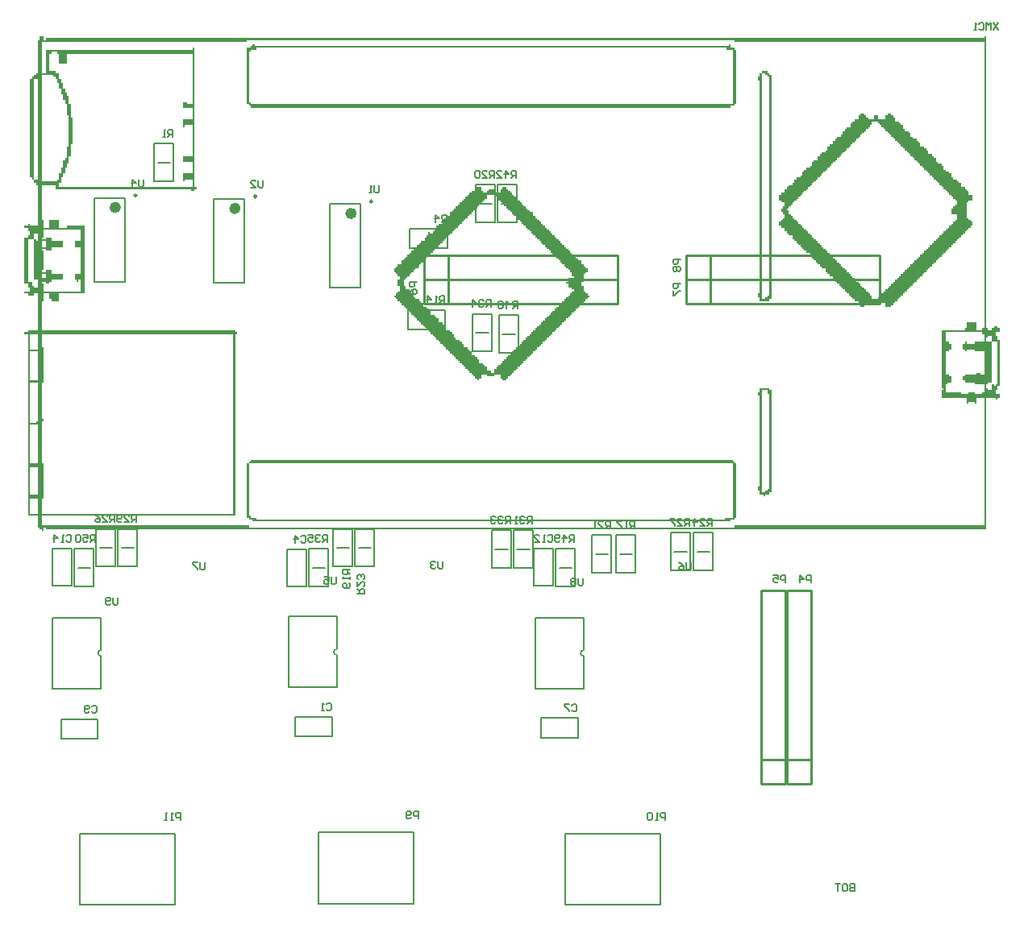
<source format=gbr>
G04 Layer_Color=32896*
%FSLAX26Y26*%
%MOIN*%
%TF.FileFunction,Legend,Bot*%
%TF.Part,Single*%
G01*
G75*
%TA.AperFunction,NonConductor*%
%ADD32C,0.007874*%
%ADD33C,0.009842*%
%ADD34C,0.023622*%
%ADD35C,0.005000*%
%ADD36C,0.010000*%
%ADD37C,0.006000*%
G36*
X4139000Y2298913D02*
X4147000D01*
Y2290913D01*
X4163000D01*
Y2298913D01*
X4171000D01*
Y2306913D01*
X4187000D01*
Y2298913D01*
X4195000D01*
Y2282913D01*
X4179000D01*
Y2266913D01*
X4187000D01*
Y2250913D01*
X4195000D01*
Y2058913D01*
X4187000D01*
Y2042913D01*
X4179000D01*
Y2026913D01*
X4195000D01*
Y2010913D01*
X4187000D01*
Y2002913D01*
X4179000D01*
Y2010913D01*
X4139000D01*
Y1466913D01*
X251000D01*
Y1474913D01*
X243000D01*
Y1458913D01*
X235000D01*
Y1466913D01*
X227000D01*
Y1474913D01*
X219000D01*
Y1522913D01*
X179000D01*
Y2274913D01*
X163000D01*
Y2282913D01*
X179000D01*
Y2290913D01*
X219000D01*
Y2442913D01*
X203000D01*
Y2434913D01*
X179000D01*
Y2442913D01*
X163000D01*
Y2450913D01*
X187000D01*
Y2466913D01*
X179000D01*
Y2482913D01*
X163000D01*
Y2674913D01*
X179000D01*
Y2682913D01*
X187000D01*
Y2698913D01*
X179000D01*
Y2714913D01*
X163000D01*
Y2722913D01*
X179000D01*
Y2730913D01*
X187000D01*
Y2722913D01*
X219000D01*
Y2890913D01*
X211000D01*
Y2898913D01*
X203000D01*
Y2914913D01*
X195000D01*
Y2922913D01*
X187000D01*
Y3330913D01*
X195000D01*
Y3338913D01*
X203000D01*
Y3346913D01*
X211000D01*
Y3354913D01*
X219000D01*
Y3490913D01*
X227000D01*
Y3506913D01*
X243000D01*
Y3490913D01*
X251000D01*
Y3498913D01*
X4131000D01*
Y3506913D01*
X4139000D01*
Y2298913D01*
D02*
G37*
%LPC*%
G36*
X4123000Y2282913D02*
X3971000D01*
Y2242913D01*
X3987000D01*
Y2234913D01*
X3995000D01*
Y2210913D01*
X3987000D01*
Y2202913D01*
X3971000D01*
Y2106913D01*
X3987000D01*
Y2098913D01*
X3995000D01*
Y2074913D01*
X3979000D01*
Y2066913D01*
X3971000D01*
Y2034913D01*
X4035000D01*
Y2026913D01*
X4067000D01*
Y2034913D01*
X4091000D01*
Y2026913D01*
X4123000D01*
Y2034913D01*
X4131000D01*
Y2066913D01*
X4091000D01*
Y2074913D01*
X4051000D01*
Y2082913D01*
X4043000D01*
Y2098913D01*
X4051000D01*
Y2106913D01*
X4099000D01*
Y2114913D01*
X4115000D01*
Y2106913D01*
X4131000D01*
Y2202913D01*
X4091000D01*
Y2210913D01*
X4059000D01*
Y2202913D01*
X4051000D01*
Y2210913D01*
X4043000D01*
Y2234913D01*
X4051000D01*
Y2242913D01*
X4059000D01*
Y2234913D01*
X4091000D01*
Y2242913D01*
X4131000D01*
Y2274913D01*
X4123000D01*
Y2282913D01*
D02*
G37*
G36*
X219000Y2274913D02*
X187000D01*
Y2210913D01*
X219000D01*
Y2274913D01*
D02*
G37*
G36*
Y1594913D02*
X187000D01*
Y1530913D01*
X219000D01*
Y1594913D01*
D02*
G37*
G36*
X251000Y2522913D02*
X235000D01*
Y2506913D01*
X251000D01*
Y2522913D01*
D02*
G37*
G36*
X203000Y2666913D02*
X179000D01*
Y2490913D01*
X195000D01*
Y2474913D01*
X203000D01*
Y2466913D01*
X219000D01*
Y2498913D01*
X203000D01*
Y2666913D01*
D02*
G37*
G36*
X1027000Y2274913D02*
X235000D01*
Y2218913D01*
X243000D01*
Y2074913D01*
X235000D01*
Y1922913D01*
X243000D01*
Y1914913D01*
X235000D01*
Y1738913D01*
X243000D01*
Y1594913D01*
X235000D01*
Y1530913D01*
X1027000D01*
Y2274913D01*
D02*
G37*
G36*
X219000Y1898913D02*
X187000D01*
Y1738913D01*
X219000D01*
Y1898913D01*
D02*
G37*
G36*
Y1722913D02*
X187000D01*
Y1610913D01*
X219000D01*
Y1722913D01*
D02*
G37*
G36*
Y2074913D02*
X187000D01*
Y1906913D01*
X211000D01*
Y1914913D01*
X219000D01*
Y2074913D01*
D02*
G37*
G36*
Y2202913D02*
X187000D01*
Y2082913D01*
X219000D01*
Y2202913D01*
D02*
G37*
G36*
X4163000Y2266913D02*
X4147000D01*
Y2258913D01*
X4139000D01*
Y2242913D01*
X4163000D01*
Y2074913D01*
X4147000D01*
Y2066913D01*
X4139000D01*
Y2050913D01*
X4147000D01*
Y2042913D01*
X4163000D01*
Y2066913D01*
X4171000D01*
Y2058913D01*
X4179000D01*
Y2066913D01*
X4187000D01*
Y2242913D01*
X4163000D01*
Y2266913D01*
D02*
G37*
G36*
X283000Y3346913D02*
X235000D01*
Y2906913D01*
X299000D01*
Y2914913D01*
X307000D01*
Y2938913D01*
X315000D01*
Y2962913D01*
X323000D01*
Y2994913D01*
X331000D01*
Y3002913D01*
X339000D01*
Y3050913D01*
X347000D01*
Y3178913D01*
X339000D01*
Y3226913D01*
X331000D01*
Y3242913D01*
X323000D01*
Y3266913D01*
X315000D01*
Y3290913D01*
X307000D01*
Y3314913D01*
X299000D01*
Y3330913D01*
X291000D01*
Y3338913D01*
X283000D01*
Y3346913D01*
D02*
G37*
G36*
X3099000Y3490913D02*
X1083000D01*
Y3482913D01*
X235000D01*
Y3354913D01*
X251000D01*
Y3450913D01*
X859000D01*
Y3458913D01*
X867000D01*
Y2882913D01*
X875000D01*
Y2874913D01*
X867000D01*
Y2866913D01*
X851000D01*
Y2874913D01*
X291000D01*
Y2890913D01*
X235000D01*
Y2746913D01*
X243000D01*
Y2714913D01*
X267000D01*
Y2746913D01*
X307000D01*
Y2714913D01*
X339000D01*
Y2722913D01*
X411000D01*
Y2442913D01*
X307000D01*
Y2410913D01*
X275000D01*
Y2418913D01*
X267000D01*
Y2442913D01*
X243000D01*
Y2410913D01*
X235000D01*
Y2290913D01*
X1035000D01*
Y2282913D01*
X1043000D01*
Y2274913D01*
X1035000D01*
Y1522913D01*
X235000D01*
Y1482913D01*
X1091000D01*
Y1474913D01*
X3099000D01*
Y1482913D01*
X4131000D01*
Y2010913D01*
X4099000D01*
Y1986913D01*
X4091000D01*
Y1994913D01*
X4067000D01*
Y1986913D01*
X4059000D01*
Y2010913D01*
X3955000D01*
Y2042913D01*
X3963000D01*
Y2050913D01*
X3955000D01*
Y2290913D01*
X4051000D01*
Y2298913D01*
X4059000D01*
Y2322913D01*
X4099000D01*
Y2290913D01*
X4123000D01*
Y2298913D01*
X4131000D01*
Y3482913D01*
X3099000D01*
Y3490913D01*
D02*
G37*
G36*
X299000Y3442913D02*
X275000D01*
Y3434913D01*
X267000D01*
Y3362913D01*
X291000D01*
Y3354913D01*
X307000D01*
Y3330913D01*
X315000D01*
Y3314913D01*
X323000D01*
Y3290913D01*
X331000D01*
Y3274913D01*
X339000D01*
Y3258913D01*
X347000D01*
Y3226913D01*
X355000D01*
Y3170913D01*
X363000D01*
Y3058913D01*
X355000D01*
Y3010913D01*
X347000D01*
Y2978913D01*
X339000D01*
Y2962913D01*
X331000D01*
Y2938913D01*
X323000D01*
Y2922913D01*
X315000D01*
Y2898913D01*
X307000D01*
Y2882913D01*
X859000D01*
Y2914913D01*
X827000D01*
Y2906913D01*
X819000D01*
Y2938913D01*
X859000D01*
Y2986913D01*
X819000D01*
Y3010913D01*
X859000D01*
Y3138913D01*
X827000D01*
Y3130913D01*
X819000D01*
Y3162913D01*
X859000D01*
Y3210913D01*
X819000D01*
Y3234913D01*
X835000D01*
Y3226913D01*
X859000D01*
Y3434913D01*
X339000D01*
Y3394913D01*
X307000D01*
Y3434913D01*
X299000D01*
Y3442913D01*
D02*
G37*
G36*
X219000Y3330913D02*
X203000D01*
Y2914913D01*
X219000D01*
Y3330913D01*
D02*
G37*
G36*
X251000Y2658913D02*
X235000D01*
Y2634913D01*
X251000D01*
Y2658913D01*
D02*
G37*
G36*
X395000Y2706913D02*
X243000D01*
Y2674913D01*
X235000D01*
Y2666913D01*
X251000D01*
Y2674913D01*
X275000D01*
Y2658913D01*
X323000D01*
Y2634913D01*
X275000D01*
Y2618913D01*
X251000D01*
Y2626913D01*
X235000D01*
Y2618913D01*
X243000D01*
Y2538913D01*
X235000D01*
Y2530913D01*
X251000D01*
Y2538913D01*
X275000D01*
Y2522913D01*
X323000D01*
Y2498913D01*
X275000D01*
Y2490913D01*
X267000D01*
Y2482913D01*
X251000D01*
Y2490913D01*
X235000D01*
Y2482913D01*
X243000D01*
Y2450913D01*
X395000D01*
Y2498913D01*
X387000D01*
Y2490913D01*
X379000D01*
Y2498913D01*
X371000D01*
Y2522913D01*
X395000D01*
Y2634913D01*
X371000D01*
Y2658913D01*
X395000D01*
Y2706913D01*
D02*
G37*
G36*
X219000Y2690913D02*
X203000D01*
Y2666913D01*
X211000D01*
Y2658913D01*
X219000D01*
Y2690913D01*
D02*
G37*
%LPD*%
G36*
X3083000Y3458913D02*
X3099000D01*
Y3450913D01*
X3107000D01*
Y3226913D01*
X3099000D01*
Y3218913D01*
X3083000D01*
Y3210913D01*
X1099000D01*
Y3218913D01*
X1091000D01*
Y3226913D01*
X1083000D01*
Y3458913D01*
X1099000D01*
Y3466913D01*
X1107000D01*
Y3474913D01*
X1115000D01*
Y3466913D01*
X3075000D01*
Y3474913D01*
X3083000D01*
Y3458913D01*
D02*
G37*
G36*
X3091000Y1746913D02*
X3099000D01*
Y1738913D01*
X3107000D01*
Y1514913D01*
X3099000D01*
Y1506913D01*
X3083000D01*
Y1498913D01*
X1107000D01*
Y1506913D01*
X1091000D01*
Y1514913D01*
X1083000D01*
Y1738913D01*
X1091000D01*
Y1522913D01*
X1099000D01*
Y1514913D01*
X1123000D01*
Y1506913D01*
X3059000D01*
Y1514913D01*
X3091000D01*
Y1738913D01*
X1091000D01*
Y1746913D01*
X1099000D01*
Y1754913D01*
X3091000D01*
Y1746913D01*
D02*
G37*
G36*
X3243000Y2042913D02*
X3251000D01*
Y1618913D01*
X3243000D01*
Y1610913D01*
X3227000D01*
Y1602913D01*
X3219000D01*
Y1610913D01*
X3203000D01*
Y1626913D01*
X3195000D01*
Y1642913D01*
X3203000D01*
Y2018913D01*
X3195000D01*
Y2034913D01*
X3203000D01*
Y2050913D01*
X3243000D01*
Y2042913D01*
D02*
G37*
G36*
X2155000Y2874913D02*
X2163000D01*
Y2866913D01*
X2171000D01*
Y2858913D01*
X2179000D01*
Y2850913D01*
X2187000D01*
Y2842913D01*
X2203000D01*
Y2826913D01*
X2211000D01*
Y2818913D01*
X2219000D01*
Y2810913D01*
X2227000D01*
Y2802913D01*
X2235000D01*
Y2794913D01*
X2243000D01*
Y2786913D01*
X2251000D01*
Y2778913D01*
X2267000D01*
Y2762913D01*
X2275000D01*
Y2754913D01*
X2283000D01*
Y2746913D01*
X2291000D01*
Y2738913D01*
X2299000D01*
Y2730913D01*
X2307000D01*
Y2722913D01*
X2315000D01*
Y2714913D01*
X2323000D01*
Y2706913D01*
X2331000D01*
Y2698913D01*
X2339000D01*
Y2690913D01*
X2347000D01*
Y2682913D01*
X2355000D01*
Y2674913D01*
X2363000D01*
Y2666913D01*
X2371000D01*
Y2658913D01*
X2379000D01*
Y2650913D01*
X2387000D01*
Y2642913D01*
X2395000D01*
Y2634913D01*
X2403000D01*
Y2626913D01*
X2411000D01*
Y2618913D01*
X2419000D01*
Y2610913D01*
X2427000D01*
Y2602913D01*
X2435000D01*
Y2594913D01*
X2443000D01*
Y2586913D01*
X2451000D01*
Y2578913D01*
X2467000D01*
Y2562913D01*
X2475000D01*
Y2554913D01*
X2483000D01*
Y2546913D01*
X2491000D01*
Y2530913D01*
X2483000D01*
Y2522913D01*
X2475000D01*
Y2490913D01*
X2467000D01*
Y2474913D01*
X2475000D01*
Y2450913D01*
X2483000D01*
Y2442913D01*
X2491000D01*
Y2434913D01*
X2499000D01*
Y2426913D01*
X2491000D01*
Y2418913D01*
X2483000D01*
Y2410913D01*
X2475000D01*
Y2402913D01*
X2467000D01*
Y2394913D01*
X2459000D01*
Y2386913D01*
X2451000D01*
Y2378913D01*
X2443000D01*
Y2370913D01*
X2435000D01*
Y2362913D01*
X2427000D01*
Y2354913D01*
X2419000D01*
Y2346913D01*
X2411000D01*
Y2338913D01*
X2403000D01*
Y2330913D01*
X2395000D01*
Y2322913D01*
X2387000D01*
Y2314913D01*
X2379000D01*
Y2306913D01*
X2371000D01*
Y2298913D01*
X2363000D01*
Y2290913D01*
X2355000D01*
Y2282913D01*
X2347000D01*
Y2274913D01*
X2339000D01*
Y2266913D01*
X2331000D01*
Y2258913D01*
X2323000D01*
Y2250913D01*
X2315000D01*
Y2242913D01*
X2307000D01*
Y2234913D01*
X2299000D01*
Y2226913D01*
X2291000D01*
Y2218913D01*
X2283000D01*
Y2210913D01*
X2275000D01*
Y2202913D01*
X2267000D01*
Y2194913D01*
X2259000D01*
Y2186913D01*
X2251000D01*
Y2178913D01*
X2243000D01*
Y2170913D01*
X2235000D01*
Y2162913D01*
X2227000D01*
Y2154913D01*
X2219000D01*
Y2146913D01*
X2211000D01*
Y2138913D01*
X2203000D01*
Y2130913D01*
X2195000D01*
Y2122913D01*
X2187000D01*
Y2114913D01*
X2179000D01*
Y2106913D01*
X2171000D01*
Y2098913D01*
X2163000D01*
Y2090913D01*
X2155000D01*
Y2082913D01*
X2139000D01*
Y2090913D01*
X2131000D01*
Y2106913D01*
X2107000D01*
Y2098913D01*
X2075000D01*
Y2106913D01*
X2051000D01*
Y2090913D01*
X2043000D01*
Y2082913D01*
X2035000D01*
Y2090913D01*
X2027000D01*
Y2098913D01*
X2019000D01*
Y2106913D01*
X2011000D01*
Y2114913D01*
X2003000D01*
Y2122913D01*
X1995000D01*
Y2130913D01*
X1987000D01*
Y2138913D01*
X1979000D01*
Y2146913D01*
X1971000D01*
Y2154913D01*
X1963000D01*
Y2162913D01*
X1955000D01*
Y2170913D01*
X1947000D01*
Y2178913D01*
X1939000D01*
Y2186913D01*
X1931000D01*
Y2194913D01*
X1923000D01*
Y2202913D01*
X1915000D01*
Y2210913D01*
X1907000D01*
Y2218913D01*
X1899000D01*
Y2226913D01*
X1891000D01*
Y2234913D01*
X1883000D01*
Y2242913D01*
X1875000D01*
Y2250913D01*
X1867000D01*
Y2258913D01*
X1859000D01*
Y2266913D01*
X1851000D01*
Y2274913D01*
X1843000D01*
Y2282913D01*
X1835000D01*
Y2290913D01*
X1827000D01*
Y2298913D01*
X1819000D01*
Y2306913D01*
X1811000D01*
Y2314913D01*
X1803000D01*
Y2322913D01*
X1795000D01*
Y2330913D01*
X1787000D01*
Y2338913D01*
X1779000D01*
Y2346913D01*
X1771000D01*
Y2354913D01*
X1763000D01*
Y2362913D01*
X1755000D01*
Y2370913D01*
X1747000D01*
Y2378913D01*
X1739000D01*
Y2386913D01*
X1731000D01*
Y2394913D01*
X1723000D01*
Y2402913D01*
X1715000D01*
Y2410913D01*
X1707000D01*
Y2418913D01*
X1699000D01*
Y2426913D01*
X1691000D01*
Y2434913D01*
X1699000D01*
Y2442913D01*
X1707000D01*
Y2450913D01*
X1715000D01*
Y2474913D01*
X1707000D01*
Y2498913D01*
X1715000D01*
Y2514913D01*
X1707000D01*
Y2522913D01*
X1699000D01*
Y2530913D01*
X1691000D01*
Y2546913D01*
X1699000D01*
Y2554913D01*
X1707000D01*
Y2562913D01*
X1723000D01*
Y2578913D01*
X1731000D01*
Y2586913D01*
X1739000D01*
Y2594913D01*
X1747000D01*
Y2602913D01*
X1755000D01*
Y2610913D01*
X1763000D01*
Y2618913D01*
X1771000D01*
Y2626913D01*
X1779000D01*
Y2634913D01*
X1787000D01*
Y2642913D01*
X1795000D01*
Y2650913D01*
X1803000D01*
Y2658913D01*
X1819000D01*
Y2674913D01*
X1827000D01*
Y2682913D01*
X1835000D01*
Y2690913D01*
X1851000D01*
Y2698913D01*
X1859000D01*
Y2714913D01*
X1867000D01*
Y2722913D01*
X1875000D01*
Y2730913D01*
X1891000D01*
Y2746913D01*
X1899000D01*
Y2754913D01*
X1907000D01*
Y2762913D01*
X1923000D01*
Y2778913D01*
X1931000D01*
Y2786913D01*
X1939000D01*
Y2794913D01*
X1947000D01*
Y2802913D01*
X1955000D01*
Y2810913D01*
X1963000D01*
Y2818913D01*
X1971000D01*
Y2826913D01*
X1979000D01*
Y2834913D01*
X1987000D01*
Y2842913D01*
X1995000D01*
Y2850913D01*
X2003000D01*
Y2858913D01*
X2011000D01*
Y2866913D01*
X2027000D01*
Y2882913D01*
X2051000D01*
Y2866913D01*
X2059000D01*
Y2858913D01*
X2075000D01*
Y2866913D01*
X2083000D01*
Y2874913D01*
X2107000D01*
Y2858913D01*
X2131000D01*
Y2874913D01*
X2139000D01*
Y2882913D01*
X2155000D01*
Y2874913D01*
D02*
G37*
G36*
X3235000Y3354913D02*
X3243000D01*
Y3346913D01*
X3251000D01*
Y2418913D01*
X3243000D01*
Y2410913D01*
X3203000D01*
Y2426913D01*
X3195000D01*
Y2442913D01*
X3203000D01*
Y3322913D01*
X3195000D01*
Y3338913D01*
X3203000D01*
Y3354913D01*
X3211000D01*
Y2418913D01*
X3227000D01*
Y2426913D01*
X3235000D01*
Y2434913D01*
X3243000D01*
Y3338913D01*
X3235000D01*
Y3346913D01*
X3227000D01*
Y3354913D01*
X3211000D01*
Y3362913D01*
X3235000D01*
Y3354913D01*
D02*
G37*
G36*
X3747000Y3178913D02*
X3755000D01*
Y3170913D01*
X3763000D01*
Y3154913D01*
X3779000D01*
Y3146913D01*
X3787000D01*
Y3138913D01*
X3795000D01*
Y3122913D01*
X3803000D01*
Y3114913D01*
X3819000D01*
Y3106913D01*
X3827000D01*
Y3090913D01*
X3835000D01*
Y3082913D01*
X3851000D01*
Y3074913D01*
X3859000D01*
Y3066913D01*
X3867000D01*
Y3050913D01*
X3883000D01*
Y3042913D01*
X3891000D01*
Y3034913D01*
X3899000D01*
Y3018913D01*
X3915000D01*
Y3010913D01*
X3923000D01*
Y3002913D01*
X3931000D01*
Y2986913D01*
X3939000D01*
Y2978913D01*
X3955000D01*
Y2970913D01*
X3963000D01*
Y2954913D01*
X3971000D01*
Y2946913D01*
X3987000D01*
Y2938913D01*
X3995000D01*
Y2922913D01*
X4003000D01*
Y2914913D01*
X4019000D01*
Y2906913D01*
X4027000D01*
Y2898913D01*
X4035000D01*
Y2882913D01*
X4051000D01*
Y2874913D01*
X4059000D01*
Y2866913D01*
X4067000D01*
Y2850913D01*
X4083000D01*
Y2826913D01*
X4067000D01*
Y2818913D01*
X4059000D01*
Y2754913D01*
X4067000D01*
Y2746913D01*
X4075000D01*
Y2738913D01*
X4083000D01*
Y2722913D01*
X4075000D01*
Y2714913D01*
X4067000D01*
Y2706913D01*
X4059000D01*
Y2698913D01*
X4051000D01*
Y2690913D01*
X4043000D01*
Y2682913D01*
X4035000D01*
Y2674913D01*
X4027000D01*
Y2666913D01*
X4019000D01*
Y2658913D01*
X4011000D01*
Y2650913D01*
X4003000D01*
Y2642913D01*
X3995000D01*
Y2634913D01*
X3987000D01*
Y2626913D01*
X3979000D01*
Y2618913D01*
X3971000D01*
Y2610913D01*
X3963000D01*
Y2602913D01*
X3955000D01*
Y2594913D01*
X3947000D01*
Y2586913D01*
X3939000D01*
Y2578913D01*
X3931000D01*
Y2570913D01*
X3923000D01*
Y2562913D01*
X3915000D01*
Y2554913D01*
X3907000D01*
Y2546913D01*
X3899000D01*
Y2538913D01*
X3891000D01*
Y2530913D01*
X3883000D01*
Y2522913D01*
X3875000D01*
Y2514913D01*
X3867000D01*
Y2506913D01*
X3859000D01*
Y2498913D01*
X3851000D01*
Y2490913D01*
X3843000D01*
Y2482913D01*
X3835000D01*
Y2474913D01*
X3827000D01*
Y2466913D01*
X3819000D01*
Y2458913D01*
X3811000D01*
Y2450913D01*
X3803000D01*
Y2442913D01*
X3795000D01*
Y2434913D01*
X3787000D01*
Y2426913D01*
X3779000D01*
Y2418913D01*
X3771000D01*
Y2410913D01*
X3763000D01*
Y2402913D01*
X3755000D01*
Y2394913D01*
X3747000D01*
Y2386913D01*
X3723000D01*
Y2402913D01*
X3643000D01*
Y2394913D01*
X3635000D01*
Y2386913D01*
X3619000D01*
Y2394913D01*
X3611000D01*
Y2410913D01*
X3595000D01*
Y2418913D01*
X3587000D01*
Y2426913D01*
X3579000D01*
Y2434913D01*
X3571000D01*
Y2442913D01*
X3563000D01*
Y2450913D01*
X3555000D01*
Y2458913D01*
X3547000D01*
Y2466913D01*
X3539000D01*
Y2474913D01*
X3531000D01*
Y2482913D01*
X3523000D01*
Y2490913D01*
X3515000D01*
Y2498913D01*
X3507000D01*
Y2514913D01*
X3491000D01*
Y2522913D01*
X3483000D01*
Y2530913D01*
X3475000D01*
Y2546913D01*
X3459000D01*
Y2554913D01*
X3451000D01*
Y2562913D01*
X3443000D01*
Y2570913D01*
X3435000D01*
Y2578913D01*
X3427000D01*
Y2586913D01*
X3419000D01*
Y2594913D01*
X3411000D01*
Y2610913D01*
X3395000D01*
Y2618913D01*
X3387000D01*
Y2626913D01*
X3379000D01*
Y2634913D01*
X3371000D01*
Y2642913D01*
X3363000D01*
Y2650913D01*
X3355000D01*
Y2658913D01*
X3347000D01*
Y2666913D01*
X3339000D01*
Y2682913D01*
X3323000D01*
Y2690913D01*
X3315000D01*
Y2698913D01*
X3307000D01*
Y2714913D01*
X3291000D01*
Y2722913D01*
X3283000D01*
Y2738913D01*
X3291000D01*
Y2746913D01*
X3299000D01*
Y2754913D01*
X3307000D01*
Y2770913D01*
X3299000D01*
Y2778913D01*
X3291000D01*
Y2794913D01*
X3299000D01*
Y2802913D01*
X3307000D01*
Y2818913D01*
X3291000D01*
Y2826913D01*
X3283000D01*
Y2850913D01*
X3291000D01*
Y2858913D01*
X3307000D01*
Y2874913D01*
X3315000D01*
Y2882913D01*
X3323000D01*
Y2890913D01*
X3339000D01*
Y2898913D01*
X3347000D01*
Y2914913D01*
X3355000D01*
Y2922913D01*
X3371000D01*
Y2930913D01*
X3379000D01*
Y2946913D01*
X3387000D01*
Y2954913D01*
X3395000D01*
Y2962913D01*
X3411000D01*
Y2970913D01*
X3419000D01*
Y2986913D01*
X3427000D01*
Y2994913D01*
X3443000D01*
Y3010913D01*
X3451000D01*
Y3018913D01*
X3459000D01*
Y3026913D01*
X3475000D01*
Y3034913D01*
X3483000D01*
Y3050913D01*
X3491000D01*
Y3058913D01*
X3507000D01*
Y3074913D01*
X3515000D01*
Y3082913D01*
X3523000D01*
Y3090913D01*
X3539000D01*
Y3098913D01*
X3547000D01*
Y3114913D01*
X3555000D01*
Y3122913D01*
X3563000D01*
Y3130913D01*
X3579000D01*
Y3146913D01*
X3587000D01*
Y3154913D01*
X3595000D01*
Y3162913D01*
X3611000D01*
Y3178913D01*
X3619000D01*
Y3186913D01*
X3635000D01*
Y3178913D01*
X3643000D01*
Y3170913D01*
X3651000D01*
Y3162913D01*
X3675000D01*
Y3178913D01*
X3691000D01*
Y3162913D01*
X3723000D01*
Y3178913D01*
X3731000D01*
Y3186913D01*
X3747000D01*
Y3178913D01*
D02*
G37*
%LPC*%
G36*
X3067000Y3458913D02*
X1123000D01*
Y3450913D01*
X1099000D01*
Y3442913D01*
X1091000D01*
Y3234913D01*
X1099000D01*
Y3226913D01*
X3091000D01*
Y3450913D01*
X3067000D01*
Y3458913D01*
D02*
G37*
G36*
X3235000Y2042913D02*
X3211000D01*
Y1618913D01*
X3227000D01*
Y1626913D01*
X3235000D01*
Y1634913D01*
X3243000D01*
Y2026913D01*
X3235000D01*
Y2042913D01*
D02*
G37*
G36*
X2107000Y2850913D02*
X2075000D01*
Y2834913D01*
X2067000D01*
Y2826913D01*
X2059000D01*
Y2818913D01*
X2051000D01*
Y2810913D01*
X2043000D01*
Y2802913D01*
X2035000D01*
Y2794913D01*
X2027000D01*
Y2786913D01*
X2019000D01*
Y2778913D01*
X2011000D01*
Y2770913D01*
X2003000D01*
Y2762913D01*
X1995000D01*
Y2754913D01*
X1987000D01*
Y2746913D01*
X1979000D01*
Y2738913D01*
X1971000D01*
Y2730913D01*
X1963000D01*
Y2722913D01*
X1955000D01*
Y2714913D01*
X1947000D01*
Y2706913D01*
X1939000D01*
Y2698913D01*
X1931000D01*
Y2690913D01*
X1923000D01*
Y2682913D01*
X1915000D01*
Y2674913D01*
X1907000D01*
Y2666913D01*
X1899000D01*
Y2658913D01*
X1891000D01*
Y2650913D01*
X1883000D01*
Y2642913D01*
X1875000D01*
Y2634913D01*
X1867000D01*
Y2626913D01*
X1859000D01*
Y2618913D01*
X1851000D01*
Y2610913D01*
X1843000D01*
Y2602913D01*
X1835000D01*
Y2594913D01*
X1827000D01*
Y2586913D01*
X1819000D01*
Y2578913D01*
X1811000D01*
Y2570913D01*
X1803000D01*
Y2562913D01*
X1795000D01*
Y2554913D01*
X1787000D01*
Y2546913D01*
X1779000D01*
Y2538913D01*
X1771000D01*
Y2530913D01*
X1763000D01*
Y2522913D01*
X1755000D01*
Y2514913D01*
X1747000D01*
Y2506913D01*
X1739000D01*
Y2498913D01*
X1731000D01*
Y2474913D01*
X1739000D01*
Y2458913D01*
X1755000D01*
Y2450913D01*
X1763000D01*
Y2442913D01*
X1771000D01*
Y2426913D01*
X1779000D01*
Y2418913D01*
X1795000D01*
Y2410913D01*
X1803000D01*
Y2402913D01*
X1811000D01*
Y2386913D01*
X1827000D01*
Y2378913D01*
X1835000D01*
Y2370913D01*
X1843000D01*
Y2354913D01*
X1859000D01*
Y2346913D01*
X1867000D01*
Y2338913D01*
X1875000D01*
Y2322913D01*
X1891000D01*
Y2314913D01*
X1899000D01*
Y2306913D01*
X1907000D01*
Y2290913D01*
X1923000D01*
Y2282913D01*
X1931000D01*
Y2274913D01*
X1939000D01*
Y2258913D01*
X1947000D01*
Y2250913D01*
X1963000D01*
Y2242913D01*
X1971000D01*
Y2234913D01*
X1979000D01*
Y2218913D01*
X1995000D01*
Y2210913D01*
X2003000D01*
Y2202913D01*
X2011000D01*
Y2186913D01*
X2027000D01*
Y2178913D01*
X2035000D01*
Y2170913D01*
X2043000D01*
Y2154913D01*
X2059000D01*
Y2146913D01*
X2067000D01*
Y2138913D01*
X2075000D01*
Y2122913D01*
X2091000D01*
Y2114913D01*
X2107000D01*
Y2130913D01*
X2115000D01*
Y2138913D01*
X2123000D01*
Y2146913D01*
X2131000D01*
Y2154913D01*
X2139000D01*
Y2162913D01*
X2147000D01*
Y2170913D01*
X2155000D01*
Y2178913D01*
X2163000D01*
Y2186913D01*
X2171000D01*
Y2194913D01*
X2179000D01*
Y2202913D01*
X2187000D01*
Y2210913D01*
X2195000D01*
Y2218913D01*
X2203000D01*
Y2226913D01*
X2211000D01*
Y2234913D01*
X2219000D01*
Y2242913D01*
X2227000D01*
Y2250913D01*
X2235000D01*
Y2258913D01*
X2243000D01*
Y2266913D01*
X2251000D01*
Y2274913D01*
X2259000D01*
Y2282913D01*
X2267000D01*
Y2290913D01*
X2275000D01*
Y2298913D01*
X2283000D01*
Y2306913D01*
X2291000D01*
Y2314913D01*
X2299000D01*
Y2322913D01*
X2307000D01*
Y2330913D01*
X2315000D01*
Y2338913D01*
X2323000D01*
Y2346913D01*
X2331000D01*
Y2354913D01*
X2339000D01*
Y2362913D01*
X2347000D01*
Y2370913D01*
X2355000D01*
Y2378913D01*
X2363000D01*
Y2386913D01*
X2371000D01*
Y2394913D01*
X2379000D01*
Y2402913D01*
X2387000D01*
Y2410913D01*
X2395000D01*
Y2418913D01*
X2403000D01*
Y2426913D01*
X2411000D01*
Y2434913D01*
X2419000D01*
Y2442913D01*
X2427000D01*
Y2450913D01*
X2435000D01*
Y2458913D01*
X2427000D01*
Y2466913D01*
X2411000D01*
Y2482913D01*
X2403000D01*
Y2490913D01*
X2411000D01*
Y2506913D01*
X2435000D01*
Y2514913D01*
X2427000D01*
Y2530913D01*
X2419000D01*
Y2538913D01*
X2411000D01*
Y2546913D01*
X2403000D01*
Y2554913D01*
X2395000D01*
Y2562913D01*
X2387000D01*
Y2570913D01*
X2379000D01*
Y2578913D01*
X2371000D01*
Y2586913D01*
X2363000D01*
Y2594913D01*
X2355000D01*
Y2602913D01*
X2347000D01*
Y2610913D01*
X2339000D01*
Y2618913D01*
X2331000D01*
Y2626913D01*
X2323000D01*
Y2634913D01*
X2315000D01*
Y2642913D01*
X2307000D01*
Y2650913D01*
X2299000D01*
Y2658913D01*
X2291000D01*
Y2666913D01*
X2283000D01*
Y2674913D01*
X2275000D01*
Y2682913D01*
X2267000D01*
Y2690913D01*
X2259000D01*
Y2698913D01*
X2251000D01*
Y2706913D01*
X2243000D01*
Y2714913D01*
X2235000D01*
Y2722913D01*
X2227000D01*
Y2730913D01*
X2219000D01*
Y2738913D01*
X2211000D01*
Y2746913D01*
X2203000D01*
Y2754913D01*
X2195000D01*
Y2762913D01*
X2187000D01*
Y2770913D01*
X2179000D01*
Y2778913D01*
X2171000D01*
Y2786913D01*
X2163000D01*
Y2794913D01*
X2155000D01*
Y2802913D01*
X2147000D01*
Y2810913D01*
X2139000D01*
Y2818913D01*
X2131000D01*
Y2826913D01*
X2123000D01*
Y2834913D01*
X2115000D01*
Y2842913D01*
X2107000D01*
Y2850913D01*
D02*
G37*
G36*
X3691000Y3154913D02*
X3667000D01*
Y3138913D01*
X3659000D01*
Y3130913D01*
X3651000D01*
Y3122913D01*
X3643000D01*
Y3114913D01*
X3635000D01*
Y3106913D01*
X3627000D01*
Y3098913D01*
X3619000D01*
Y3090913D01*
X3611000D01*
Y3082913D01*
X3603000D01*
Y3074913D01*
X3595000D01*
Y3066913D01*
X3587000D01*
Y3058913D01*
X3579000D01*
Y3050913D01*
X3571000D01*
Y3042913D01*
X3563000D01*
Y3034913D01*
X3555000D01*
Y3026913D01*
X3547000D01*
Y3018913D01*
X3539000D01*
Y3010913D01*
X3531000D01*
Y3002913D01*
X3523000D01*
Y2994913D01*
X3515000D01*
Y2986913D01*
X3507000D01*
Y2978913D01*
X3499000D01*
Y2970913D01*
X3491000D01*
Y2962913D01*
X3483000D01*
Y2954913D01*
X3475000D01*
Y2946913D01*
X3467000D01*
Y2938913D01*
X3459000D01*
Y2930913D01*
X3451000D01*
Y2922913D01*
X3443000D01*
Y2914913D01*
X3435000D01*
Y2906913D01*
X3427000D01*
Y2898913D01*
X3419000D01*
Y2890913D01*
X3411000D01*
Y2882913D01*
X3403000D01*
Y2874913D01*
X3395000D01*
Y2866913D01*
X3387000D01*
Y2858913D01*
X3379000D01*
Y2850913D01*
X3371000D01*
Y2842913D01*
X3363000D01*
Y2834913D01*
X3355000D01*
Y2826913D01*
X3347000D01*
Y2818913D01*
X3339000D01*
Y2810913D01*
X3331000D01*
Y2802913D01*
X3323000D01*
Y2794913D01*
X3315000D01*
Y2786913D01*
X3323000D01*
Y2770913D01*
X3331000D01*
Y2762913D01*
X3339000D01*
Y2754913D01*
X3347000D01*
Y2746913D01*
X3355000D01*
Y2738913D01*
X3363000D01*
Y2730913D01*
X3371000D01*
Y2722913D01*
X3379000D01*
Y2714913D01*
X3387000D01*
Y2706913D01*
X3395000D01*
Y2698913D01*
X3403000D01*
Y2690913D01*
X3411000D01*
Y2682913D01*
X3419000D01*
Y2674913D01*
X3427000D01*
Y2666913D01*
X3435000D01*
Y2658913D01*
X3443000D01*
Y2650913D01*
X3451000D01*
Y2642913D01*
X3459000D01*
Y2634913D01*
X3467000D01*
Y2626913D01*
X3475000D01*
Y2618913D01*
X3483000D01*
Y2610913D01*
X3491000D01*
Y2602913D01*
X3499000D01*
Y2594913D01*
X3507000D01*
Y2586913D01*
X3515000D01*
Y2578913D01*
X3523000D01*
Y2570913D01*
X3531000D01*
Y2562913D01*
X3539000D01*
Y2554913D01*
X3547000D01*
Y2546913D01*
X3555000D01*
Y2538913D01*
X3563000D01*
Y2530913D01*
X3571000D01*
Y2522913D01*
X3579000D01*
Y2514913D01*
X3587000D01*
Y2506913D01*
X3595000D01*
Y2498913D01*
X3603000D01*
Y2490913D01*
X3611000D01*
Y2482913D01*
X3619000D01*
Y2474913D01*
X3627000D01*
Y2466913D01*
X3635000D01*
Y2458913D01*
X3643000D01*
Y2450913D01*
X3651000D01*
Y2442913D01*
X3659000D01*
Y2434913D01*
X3667000D01*
Y2418913D01*
X3691000D01*
Y2426913D01*
X3699000D01*
Y2434913D01*
X3707000D01*
Y2442913D01*
X3715000D01*
Y2450913D01*
X3723000D01*
Y2458913D01*
X3731000D01*
Y2466913D01*
X3739000D01*
Y2474913D01*
X3747000D01*
Y2482913D01*
X3755000D01*
Y2490913D01*
X3763000D01*
Y2498913D01*
X3771000D01*
Y2506913D01*
X3779000D01*
Y2514913D01*
X3787000D01*
Y2522913D01*
X3795000D01*
Y2530913D01*
X3803000D01*
Y2538913D01*
X3811000D01*
Y2546913D01*
X3819000D01*
Y2554913D01*
X3827000D01*
Y2562913D01*
X3835000D01*
Y2570913D01*
X3843000D01*
Y2578913D01*
X3851000D01*
Y2586913D01*
X3859000D01*
Y2594913D01*
X3867000D01*
Y2602913D01*
X3875000D01*
Y2610913D01*
X3883000D01*
Y2618913D01*
X3891000D01*
Y2626913D01*
X3899000D01*
Y2634913D01*
X3907000D01*
Y2642913D01*
X3915000D01*
Y2650913D01*
X3923000D01*
Y2658913D01*
X3931000D01*
Y2666913D01*
X3939000D01*
Y2674913D01*
X3947000D01*
Y2682913D01*
X3955000D01*
Y2690913D01*
X3963000D01*
Y2698913D01*
X3971000D01*
Y2706913D01*
X3979000D01*
Y2714913D01*
X3987000D01*
Y2722913D01*
X3995000D01*
Y2730913D01*
X4003000D01*
Y2738913D01*
X4011000D01*
Y2746913D01*
X4019000D01*
Y2770913D01*
X3995000D01*
Y2794913D01*
X4003000D01*
Y2802913D01*
X4011000D01*
Y2810913D01*
X4019000D01*
Y2826913D01*
X4011000D01*
Y2834913D01*
X4003000D01*
Y2842913D01*
X3995000D01*
Y2850913D01*
X3987000D01*
Y2858913D01*
X3979000D01*
Y2866913D01*
X3971000D01*
Y2874913D01*
X3963000D01*
Y2882913D01*
X3955000D01*
Y2890913D01*
X3947000D01*
Y2898913D01*
X3939000D01*
Y2906913D01*
X3931000D01*
Y2914913D01*
X3923000D01*
Y2922913D01*
X3915000D01*
Y2930913D01*
X3907000D01*
Y2938913D01*
X3899000D01*
Y2946913D01*
X3891000D01*
Y2954913D01*
X3883000D01*
Y2962913D01*
X3875000D01*
Y2970913D01*
X3867000D01*
Y2978913D01*
X3859000D01*
Y2986913D01*
X3851000D01*
Y2994913D01*
X3843000D01*
Y3002913D01*
X3835000D01*
Y3010913D01*
X3827000D01*
Y3018913D01*
X3819000D01*
Y3026913D01*
X3811000D01*
Y3034913D01*
X3803000D01*
Y3042913D01*
X3795000D01*
Y3050913D01*
X3787000D01*
Y3058913D01*
X3779000D01*
Y3066913D01*
X3771000D01*
Y3074913D01*
X3763000D01*
Y3082913D01*
X3755000D01*
Y3090913D01*
X3747000D01*
Y3098913D01*
X3739000D01*
Y3106913D01*
X3731000D01*
Y3114913D01*
X3723000D01*
Y3122913D01*
X3715000D01*
Y3130913D01*
X3707000D01*
Y3138913D01*
X3699000D01*
Y3146913D01*
X3691000D01*
Y3154913D01*
D02*
G37*
%LPD*%
D32*
X1454370Y972067D02*
G03*
X1454370Y947067I0J-12500D01*
G01*
X480000Y967067D02*
G03*
X480000Y942067I0J-12500D01*
G01*
X2475000Y967067D02*
G03*
X2475000Y942067I0J-12500D01*
G01*
X2139409Y2275000D02*
X2190591D01*
X2134409Y2815000D02*
X2185591D01*
X2029409Y2280000D02*
X2080591D01*
X2044409Y2815000D02*
X2095591D01*
X1825000Y2309409D02*
Y2360591D01*
X1833933Y2644409D02*
Y2695591D01*
X2109409Y1385000D02*
X2160591D01*
X2199409Y1385000D02*
X2250591D01*
X564409Y1390000D02*
X615591D01*
X474409Y1390000D02*
X525591D01*
X1544409Y1390000D02*
X1595591D01*
X1454409Y1390000D02*
X1505591D01*
X1454370Y813307D02*
Y947067D01*
Y972067D02*
Y1105827D01*
X1254370D02*
X1454370D01*
X1254370Y813307D02*
Y1105827D01*
Y813307D02*
X1454370D01*
X1354409Y1308588D02*
X1405591D01*
X480000Y808307D02*
Y942067D01*
Y967067D02*
Y1100827D01*
X280000D02*
X480000D01*
X280000Y808307D02*
Y1100827D01*
Y808307D02*
X480000D01*
X384409Y1308588D02*
X435591D01*
X577709Y2491772D02*
Y2838228D01*
X451724Y2491772D02*
Y2838228D01*
X577709D01*
X451724Y2491772D02*
X577709D01*
X1072709Y2487772D02*
Y2834228D01*
X946724Y2487772D02*
Y2834228D01*
X1072709D01*
X946724Y2487772D02*
X1072709D01*
X1552709Y2466772D02*
Y2813228D01*
X1426724Y2466772D02*
Y2813228D01*
X1552709D01*
X1426724Y2466772D02*
X1552709D01*
X2398150Y-87638D02*
Y207638D01*
X2791850Y-87638D02*
Y207638D01*
X2398150Y-87638D02*
X2791850D01*
X2398150Y207638D02*
X2791850D01*
X2374409Y1308588D02*
X2425591D01*
X2475000Y808307D02*
Y942067D01*
Y967067D02*
Y1100827D01*
X2275000D02*
X2475000D01*
X2275000Y808307D02*
Y1100827D01*
Y808307D02*
X2475000D01*
X1377520Y-82638D02*
Y212638D01*
X1771220Y-82638D02*
Y212638D01*
X1377520Y-82638D02*
X1771220D01*
X1377520Y212638D02*
X1771220D01*
X393150Y-87638D02*
Y207638D01*
X786850Y-87638D02*
Y207638D01*
X393150Y-87638D02*
X786850D01*
X393150Y207638D02*
X786850D01*
X2624409Y1365000D02*
X2675591D01*
X2524409Y1365000D02*
X2575591D01*
X2944409Y1375000D02*
X2995591D01*
X2849409Y1375000D02*
X2900591D01*
X714409Y2985000D02*
X765591D01*
D33*
X626921Y2848465D02*
G03*
X626921Y2848465I-4921J0D01*
G01*
X1121921Y2844465D02*
G03*
X1121921Y2844465I-4921J0D01*
G01*
X1601921Y2823465D02*
G03*
X1601921Y2823465I-4921J0D01*
G01*
D34*
X550150Y2798858D02*
G03*
X550150Y2798858I-11811J0D01*
G01*
X1045150Y2794858D02*
G03*
X1045150Y2794858I-11811J0D01*
G01*
X1525150Y2773858D02*
G03*
X1525150Y2773858I-11811J0D01*
G01*
D35*
X2204961Y2197638D02*
Y2352362D01*
X2125039D02*
X2204961D01*
X2125039Y2197638D02*
Y2352362D01*
Y2197638D02*
X2204961D01*
X2120039Y2737638D02*
Y2892362D01*
Y2737638D02*
X2199961D01*
Y2892362D01*
X2120039D02*
X2199961D01*
X2094961Y2202638D02*
Y2357362D01*
X2015039D02*
X2094961D01*
X2015039Y2202638D02*
Y2357362D01*
Y2202638D02*
X2094961D01*
X2030039Y2737638D02*
Y2892362D01*
Y2737638D02*
X2109961D01*
Y2892362D01*
X2030039D02*
X2109961D01*
X1747638Y2295039D02*
X1902362D01*
Y2374961D01*
X1747638D02*
X1902362D01*
X1747638Y2295039D02*
Y2374961D01*
X1756571Y2630039D02*
X1911295D01*
Y2709961D01*
X1756571D02*
X1911295D01*
X1756571Y2630039D02*
Y2709961D01*
X2095039Y1307638D02*
X2174961D01*
X2095039D02*
Y1462362D01*
X2174961D01*
Y1307638D02*
Y1462362D01*
X2185039D02*
X2264961D01*
Y1307638D02*
Y1462362D01*
X2185039Y1307638D02*
X2264961D01*
X2185039D02*
Y1462362D01*
X550039Y1312638D02*
X629961D01*
X550039D02*
Y1467362D01*
X629961D01*
Y1312638D02*
Y1467362D01*
X460039D02*
X539961D01*
Y1312638D02*
Y1467362D01*
X460039Y1312638D02*
X539961D01*
X460039D02*
Y1467362D01*
X1530039Y1312638D02*
X1609961D01*
X1530039D02*
Y1467362D01*
X1609961D01*
Y1312638D02*
Y1467362D01*
X1440039D02*
X1519961D01*
Y1312638D02*
Y1467362D01*
X1440039Y1312638D02*
X1519961D01*
X1440039D02*
Y1467362D01*
X1340039Y1231226D02*
X1419961D01*
X1340039D02*
Y1385950D01*
X1419961D01*
Y1231226D02*
Y1385950D01*
X1283420Y609500D02*
Y690500D01*
X1435320D01*
X1283420Y609500D02*
X1435320D01*
Y690500D01*
X1249500Y1231226D02*
X1330500D01*
X1249500D02*
Y1383126D01*
X1330500Y1231226D02*
Y1383126D01*
X1249500D02*
X1330500D01*
X370039Y1231226D02*
X449961D01*
X370039D02*
Y1385950D01*
X449961D01*
Y1231226D02*
Y1385950D01*
X279500Y1234050D02*
X360500D01*
X279500D02*
Y1385950D01*
X360500Y1234050D02*
Y1385950D01*
X279500D02*
X360500D01*
X314050Y599500D02*
Y680500D01*
X465950D01*
X314050Y599500D02*
X465950D01*
Y680500D01*
X2299050Y604500D02*
Y685500D01*
X2450950D01*
X2299050Y604500D02*
X2450950D01*
Y685500D01*
X2269500Y1234050D02*
X2350500D01*
X2269500D02*
Y1385950D01*
X2350500Y1234050D02*
Y1385950D01*
X2269500D02*
X2350500D01*
X2360039Y1231226D02*
X2439961D01*
X2360039D02*
Y1385950D01*
X2439961D01*
Y1231226D02*
Y1385950D01*
X2610039Y1442362D02*
X2689961D01*
Y1287638D02*
Y1442362D01*
X2610039Y1287638D02*
X2689961D01*
X2610039D02*
Y1442362D01*
X2510039Y1287638D02*
X2589961D01*
X2510039D02*
Y1442362D01*
X2589961D01*
Y1287638D02*
Y1442362D01*
X2930039Y1452362D02*
X3009961D01*
Y1297638D02*
Y1452362D01*
X2930039Y1297638D02*
X3009961D01*
X2930039D02*
Y1452362D01*
X2835039Y1297638D02*
X2914961D01*
X2835039D02*
Y1452362D01*
X2914961D01*
Y1297638D02*
Y1452362D01*
X700039Y2907638D02*
X779961D01*
X700039D02*
Y3062362D01*
X779961D01*
Y2907638D02*
Y3062362D01*
D36*
X3210000Y515000D02*
X3310000D01*
X3210000Y415000D02*
Y1215000D01*
X3310000D01*
Y415000D02*
Y1215000D01*
X3210000Y415000D02*
X3310000D01*
X3315000Y515000D02*
X3415000D01*
X3315000Y415000D02*
Y1215000D01*
X3415000D01*
Y415000D02*
Y1215000D01*
X3315000Y415000D02*
X3415000D01*
X2900001Y2500000D02*
Y2600000D01*
Y2500000D02*
X3700001D01*
Y2600000D01*
X2900001D02*
X3700001D01*
X3000001Y2500000D02*
Y2600000D01*
X2900001Y2400000D02*
Y2500000D01*
Y2400000D02*
X3700001D01*
Y2500000D01*
X2900001D02*
X3700001D01*
X3000001Y2400000D02*
Y2500000D01*
X1815001D02*
Y2600000D01*
Y2500000D02*
X2615001D01*
Y2600000D01*
X1815001D02*
X2615001D01*
X1915001Y2500000D02*
Y2600000D01*
X1815001Y2400000D02*
Y2500000D01*
Y2400000D02*
X2615001D01*
Y2500000D01*
X1815001D02*
X2615001D01*
X1915001Y2400000D02*
Y2500000D01*
D37*
X2201953Y2380504D02*
Y2410494D01*
X2186957D01*
X2181959Y2405496D01*
Y2395499D01*
X2186957Y2390501D01*
X2201953D01*
X2191956D02*
X2181959Y2380504D01*
X2156967D02*
Y2410494D01*
X2171962Y2395499D01*
X2151969D01*
X2141972Y2405496D02*
X2136974Y2410494D01*
X2126977D01*
X2121979Y2405496D01*
Y2400497D01*
X2126977Y2395499D01*
X2121979Y2390501D01*
Y2385502D01*
X2126977Y2380504D01*
X2136974D01*
X2141972Y2385502D01*
Y2390501D01*
X2136974Y2395499D01*
X2141972Y2400497D01*
Y2405496D01*
X2136974Y2395499D02*
X2126977D01*
X2196953Y2920504D02*
Y2950494D01*
X2181957D01*
X2176959Y2945496D01*
Y2935499D01*
X2181957Y2930501D01*
X2196953D01*
X2186956D02*
X2176959Y2920504D01*
X2151967D02*
Y2950494D01*
X2166962Y2935499D01*
X2146969D01*
X2116979Y2920504D02*
X2136972D01*
X2116979Y2940497D01*
Y2945496D01*
X2121977Y2950494D01*
X2131974D01*
X2136972Y2945496D01*
X2091953Y2385504D02*
Y2415494D01*
X2076957D01*
X2071959Y2410496D01*
Y2400499D01*
X2076957Y2395501D01*
X2091953D01*
X2081956D02*
X2071959Y2385504D01*
X2061962Y2410496D02*
X2056964Y2415494D01*
X2046967D01*
X2041969Y2410496D01*
Y2405497D01*
X2046967Y2400499D01*
X2051966D01*
X2046967D01*
X2041969Y2395501D01*
Y2390502D01*
X2046967Y2385504D01*
X2056964D01*
X2061962Y2390502D01*
X2016977Y2385504D02*
Y2415494D01*
X2031972Y2400499D01*
X2011979D01*
X2106953Y2920504D02*
Y2950494D01*
X2091957D01*
X2086959Y2945496D01*
Y2935499D01*
X2091957Y2930501D01*
X2106953D01*
X2096956D02*
X2086959Y2920504D01*
X2056969D02*
X2076962D01*
X2056969Y2940497D01*
Y2945496D01*
X2061967Y2950494D01*
X2071964D01*
X2076962Y2945496D01*
X2046972D02*
X2041974Y2950494D01*
X2031977D01*
X2026979Y2945496D01*
Y2925502D01*
X2031977Y2920504D01*
X2041974D01*
X2046972Y2925502D01*
Y2945496D01*
X1898953Y2403504D02*
Y2433494D01*
X1883957D01*
X1878959Y2428496D01*
Y2418499D01*
X1883957Y2413501D01*
X1898953D01*
X1888956D02*
X1878959Y2403504D01*
X1868962D02*
X1858966D01*
X1863964D01*
Y2433494D01*
X1868962Y2428496D01*
X1828975Y2403504D02*
Y2433494D01*
X1843970Y2418499D01*
X1823977D01*
X1907953Y2738504D02*
Y2768494D01*
X1892957D01*
X1887959Y2763496D01*
Y2753499D01*
X1892957Y2748501D01*
X1907953D01*
X1897956D02*
X1887959Y2738504D01*
X1862967D02*
Y2768494D01*
X1877962Y2753499D01*
X1857969D01*
X3308953Y1245504D02*
Y1275494D01*
X3293957D01*
X3288959Y1270496D01*
Y1260499D01*
X3293957Y1255501D01*
X3308953D01*
X3258969Y1275494D02*
X3278962D01*
Y1260499D01*
X3268966Y1265497D01*
X3263967D01*
X3258969Y1260499D01*
Y1250502D01*
X3263967Y1245504D01*
X3273964D01*
X3278962Y1250502D01*
X3413953Y1245504D02*
Y1275494D01*
X3398957D01*
X3393959Y1270496D01*
Y1260499D01*
X3398957Y1255501D01*
X3413953D01*
X3368967Y1245504D02*
Y1275494D01*
X3383962Y1260499D01*
X3363969D01*
X2875000Y2585000D02*
X2845010D01*
Y2570005D01*
X2850008Y2565006D01*
X2860005D01*
X2865003Y2570005D01*
Y2585000D01*
X2850008Y2555010D02*
X2845010Y2550011D01*
Y2540015D01*
X2850008Y2535016D01*
X2855006D01*
X2860005Y2540015D01*
X2865003Y2535016D01*
X2870002D01*
X2875000Y2540015D01*
Y2550011D01*
X2870002Y2555010D01*
X2865003D01*
X2860005Y2550011D01*
X2855006Y2555010D01*
X2850008D01*
X2860005Y2550011D02*
Y2540015D01*
X2875000Y2485000D02*
X2845010D01*
Y2470005D01*
X2850008Y2465006D01*
X2860005D01*
X2865003Y2470005D01*
Y2485000D01*
X2845010Y2455010D02*
Y2435016D01*
X2850008D01*
X2870002Y2455010D01*
X2875000D01*
X1790000Y2590000D02*
X1760010D01*
Y2575005D01*
X1765008Y2570006D01*
X1775005D01*
X1780003Y2575005D01*
Y2590000D01*
X1790000Y2560010D02*
Y2550013D01*
Y2555011D01*
X1760010D01*
X1765008Y2560010D01*
X1785000Y2490000D02*
X1755010D01*
Y2475005D01*
X1760008Y2470006D01*
X1770005D01*
X1775003Y2475005D01*
Y2490000D01*
X1755010Y2440016D02*
X1760008Y2450013D01*
X1770005Y2460010D01*
X1780002D01*
X1785000Y2455011D01*
Y2445015D01*
X1780002Y2440016D01*
X1775003D01*
X1770005Y2445015D01*
Y2460010D01*
X4188953Y3562494D02*
X4168959Y3532504D01*
Y3562494D02*
X4188953Y3532504D01*
X4158962D02*
Y3562494D01*
X4148966Y3552497D01*
X4138969Y3562494D01*
Y3532504D01*
X4108979Y3557496D02*
X4113977Y3562494D01*
X4123974D01*
X4128972Y3557496D01*
Y3537502D01*
X4123974Y3532504D01*
X4113977D01*
X4108979Y3537502D01*
X4098982Y3532504D02*
X4088985D01*
X4093983D01*
Y3562494D01*
X4098982Y3557496D01*
X2171953Y1490504D02*
Y1520494D01*
X2156957D01*
X2151959Y1515496D01*
Y1505499D01*
X2156957Y1500501D01*
X2171953D01*
X2161956D02*
X2151959Y1490504D01*
X2141962Y1515496D02*
X2136964Y1520494D01*
X2126967D01*
X2121969Y1515496D01*
Y1510497D01*
X2126967Y1505499D01*
X2131966D01*
X2126967D01*
X2121969Y1500501D01*
Y1495502D01*
X2126967Y1490504D01*
X2136964D01*
X2141962Y1495502D01*
X2111972Y1515496D02*
X2106974Y1520494D01*
X2096977D01*
X2091979Y1515496D01*
Y1510497D01*
X2096977Y1505499D01*
X2101975D01*
X2096977D01*
X2091979Y1500501D01*
Y1495502D01*
X2096977Y1490504D01*
X2106974D01*
X2111972Y1495502D01*
X2261953Y1490504D02*
Y1520494D01*
X2246957D01*
X2241959Y1515496D01*
Y1505499D01*
X2246957Y1500501D01*
X2261953D01*
X2251956D02*
X2241959Y1490504D01*
X2231962Y1515496D02*
X2226964Y1520494D01*
X2216967D01*
X2211969Y1515496D01*
Y1510497D01*
X2216967Y1505499D01*
X2221966D01*
X2216967D01*
X2211969Y1500501D01*
Y1495502D01*
X2216967Y1490504D01*
X2226964D01*
X2231962Y1495502D01*
X2201972Y1490504D02*
X2191975D01*
X2196974D01*
Y1520494D01*
X2201972Y1515496D01*
X626953Y1495504D02*
Y1525494D01*
X611957D01*
X606959Y1520496D01*
Y1510499D01*
X611957Y1505501D01*
X626953D01*
X616956D02*
X606959Y1495504D01*
X576969D02*
X596962D01*
X576969Y1515497D01*
Y1520496D01*
X581967Y1525494D01*
X591964D01*
X596962Y1520496D01*
X566972Y1500502D02*
X561974Y1495504D01*
X551977D01*
X546979Y1500502D01*
Y1520496D01*
X551977Y1525494D01*
X561974D01*
X566972Y1520496D01*
Y1515497D01*
X561974Y1510499D01*
X546979D01*
X536953Y1495504D02*
Y1525494D01*
X521957D01*
X516959Y1520496D01*
Y1510499D01*
X521957Y1505501D01*
X536953D01*
X526956D02*
X516959Y1495504D01*
X486969D02*
X506962D01*
X486969Y1515497D01*
Y1520496D01*
X491967Y1525494D01*
X501964D01*
X506962Y1520496D01*
X456979Y1525494D02*
X466975Y1520496D01*
X476972Y1510499D01*
Y1500502D01*
X471974Y1495504D01*
X461977D01*
X456979Y1500502D01*
Y1505501D01*
X461977Y1510499D01*
X476972D01*
X1540000Y1200000D02*
X1569990D01*
Y1214995D01*
X1564992Y1219994D01*
X1554995D01*
X1549997Y1214995D01*
Y1200000D01*
Y1209997D02*
X1540000Y1219994D01*
Y1249984D02*
Y1229990D01*
X1559994Y1249984D01*
X1564992D01*
X1569990Y1244986D01*
Y1234989D01*
X1564992Y1229990D01*
Y1259981D02*
X1569990Y1264979D01*
Y1274976D01*
X1564992Y1279974D01*
X1559994D01*
X1554995Y1274976D01*
Y1269977D01*
Y1274976D01*
X1549997Y1279974D01*
X1544998D01*
X1540000Y1274976D01*
Y1264979D01*
X1544998Y1259981D01*
X1510000Y1300000D02*
X1480010D01*
Y1285005D01*
X1485008Y1280006D01*
X1495005D01*
X1500003Y1285005D01*
Y1300000D01*
Y1290003D02*
X1510000Y1280006D01*
Y1270010D02*
Y1260013D01*
Y1265011D01*
X1480010D01*
X1485008Y1270010D01*
X1505002Y1245018D02*
X1510000Y1240019D01*
Y1230023D01*
X1505002Y1225024D01*
X1485008D01*
X1480010Y1230023D01*
Y1240019D01*
X1485008Y1245018D01*
X1490006D01*
X1495005Y1240019D01*
Y1225024D01*
X1892953Y1334494D02*
Y1309502D01*
X1887954Y1304504D01*
X1877957D01*
X1872959Y1309502D01*
Y1334494D01*
X1862962Y1329496D02*
X1857964Y1334494D01*
X1847967D01*
X1842969Y1329496D01*
Y1324497D01*
X1847967Y1319499D01*
X1852966D01*
X1847967D01*
X1842969Y1314501D01*
Y1309502D01*
X1847967Y1304504D01*
X1857964D01*
X1862962Y1309502D01*
X1451953Y1269494D02*
Y1244502D01*
X1446954Y1239504D01*
X1436957D01*
X1431959Y1244502D01*
Y1269494D01*
X1401969D02*
X1421962D01*
Y1254499D01*
X1411966Y1259497D01*
X1406967D01*
X1401969Y1254499D01*
Y1244502D01*
X1406967Y1239504D01*
X1416964D01*
X1421962Y1244502D01*
X1416953Y1414504D02*
Y1444494D01*
X1401957D01*
X1396959Y1439496D01*
Y1429499D01*
X1401957Y1424501D01*
X1416953D01*
X1406956D02*
X1396959Y1414504D01*
X1386962Y1439496D02*
X1381964Y1444494D01*
X1371967D01*
X1366969Y1439496D01*
Y1434497D01*
X1371967Y1429499D01*
X1376966D01*
X1371967D01*
X1366969Y1424501D01*
Y1419502D01*
X1371967Y1414504D01*
X1381964D01*
X1386962Y1419502D01*
X1336979Y1444494D02*
X1356972D01*
Y1429499D01*
X1346975Y1434497D01*
X1341977D01*
X1336979Y1429499D01*
Y1419502D01*
X1341977Y1414504D01*
X1351974D01*
X1356972Y1419502D01*
X1411959Y743496D02*
X1416957Y748494D01*
X1426954D01*
X1431953Y743496D01*
Y723502D01*
X1426954Y718504D01*
X1416957D01*
X1411959Y723502D01*
X1401962Y718504D02*
X1391966D01*
X1396964D01*
Y748494D01*
X1401962Y743496D01*
X1306959Y1436496D02*
X1311957Y1441494D01*
X1321954D01*
X1326953Y1436496D01*
Y1416502D01*
X1321954Y1411504D01*
X1311957D01*
X1306959Y1416502D01*
X1281967Y1411504D02*
Y1441494D01*
X1296962Y1426499D01*
X1276969D01*
X550000Y1184990D02*
Y1159998D01*
X545002Y1155000D01*
X535005D01*
X530006Y1159998D01*
Y1184990D01*
X520010Y1159998D02*
X515011Y1155000D01*
X505014D01*
X500016Y1159998D01*
Y1179992D01*
X505014Y1184990D01*
X515011D01*
X520010Y1179992D01*
Y1174994D01*
X515011Y1169995D01*
X500016D01*
X908953Y1329494D02*
Y1304502D01*
X903954Y1299504D01*
X893957D01*
X888959Y1304502D01*
Y1329494D01*
X878962D02*
X858969D01*
Y1324496D01*
X878962Y1304502D01*
Y1299504D01*
X455000Y1415000D02*
Y1444990D01*
X440005D01*
X435007Y1439992D01*
Y1429995D01*
X440005Y1424997D01*
X455000D01*
X445003D02*
X435007Y1415000D01*
X405016Y1444990D02*
X425010D01*
Y1429995D01*
X415013Y1434994D01*
X410014D01*
X405016Y1429995D01*
Y1419998D01*
X410014Y1415000D01*
X420011D01*
X425010Y1419998D01*
X395019Y1439992D02*
X390021Y1444990D01*
X380024D01*
X375026Y1439992D01*
Y1419998D01*
X380024Y1415000D01*
X390021D01*
X395019Y1419998D01*
Y1439992D01*
X336959Y1439496D02*
X341957Y1444494D01*
X351954D01*
X356953Y1439496D01*
Y1419502D01*
X351954Y1414504D01*
X341957D01*
X336959Y1419502D01*
X326962Y1414504D02*
X316966D01*
X321964D01*
Y1444494D01*
X326962Y1439496D01*
X286975Y1414504D02*
Y1444494D01*
X301971Y1429499D01*
X281977D01*
X441959Y733496D02*
X446957Y738494D01*
X456954D01*
X461953Y733496D01*
Y713502D01*
X456954Y708504D01*
X446957D01*
X441959Y713502D01*
X431962D02*
X426964Y708504D01*
X416967D01*
X411969Y713502D01*
Y733496D01*
X416967Y738494D01*
X426964D01*
X431962Y733496D01*
Y728497D01*
X426964Y723499D01*
X411969D01*
X654953Y2914494D02*
Y2889502D01*
X649954Y2884504D01*
X639957D01*
X634959Y2889502D01*
Y2914494D01*
X609967Y2884504D02*
Y2914494D01*
X624962Y2899499D01*
X604969D01*
X1149953Y2910494D02*
Y2885502D01*
X1144954Y2880504D01*
X1134957D01*
X1129959Y2885502D01*
Y2910494D01*
X1099969Y2880504D02*
X1119962D01*
X1099969Y2900497D01*
Y2905496D01*
X1104967Y2910494D01*
X1114964D01*
X1119962Y2905496D01*
X1629953Y2889494D02*
Y2864502D01*
X1624954Y2859504D01*
X1614957D01*
X1609959Y2864502D01*
Y2889494D01*
X1599962Y2859504D02*
X1589966D01*
X1594964D01*
Y2889494D01*
X1599962Y2884496D01*
X2426959Y738496D02*
X2431957Y743494D01*
X2441954D01*
X2446953Y738496D01*
Y718502D01*
X2441954Y713504D01*
X2431957D01*
X2426959Y718502D01*
X2416962Y743494D02*
X2396969D01*
Y738496D01*
X2416962Y718502D01*
Y713504D01*
X2326959Y1439496D02*
X2331957Y1444494D01*
X2341954D01*
X2346953Y1439496D01*
Y1419502D01*
X2341954Y1414504D01*
X2331957D01*
X2326959Y1419502D01*
X2316962Y1414504D02*
X2306966D01*
X2311964D01*
Y1444494D01*
X2316962Y1439496D01*
X2271977Y1414504D02*
X2291970D01*
X2271977Y1434497D01*
Y1439496D01*
X2276975Y1444494D01*
X2286972D01*
X2291970Y1439496D01*
X2812953Y264504D02*
Y294494D01*
X2797957D01*
X2792959Y289496D01*
Y279499D01*
X2797957Y274501D01*
X2812953D01*
X2782962Y264504D02*
X2772966D01*
X2777964D01*
Y294494D01*
X2782962Y289496D01*
X2757970D02*
X2752972Y294494D01*
X2742975D01*
X2737977Y289496D01*
Y269502D01*
X2742975Y264504D01*
X2752972D01*
X2757970Y269502D01*
Y289496D01*
X2436953Y1414504D02*
Y1444494D01*
X2421957D01*
X2416959Y1439496D01*
Y1429499D01*
X2421957Y1424501D01*
X2436953D01*
X2426956D02*
X2416959Y1414504D01*
X2391967D02*
Y1444494D01*
X2406962Y1429499D01*
X2386969D01*
X2376972Y1419502D02*
X2371974Y1414504D01*
X2361977D01*
X2356979Y1419502D01*
Y1439496D01*
X2361977Y1444494D01*
X2371974D01*
X2376972Y1439496D01*
Y1434497D01*
X2371974Y1429499D01*
X2356979D01*
X2918953Y1329494D02*
Y1304502D01*
X2913954Y1299504D01*
X2903957D01*
X2898959Y1304502D01*
Y1329494D01*
X2868969D02*
X2878966Y1324496D01*
X2888962Y1314499D01*
Y1304502D01*
X2883964Y1299504D01*
X2873967D01*
X2868969Y1304502D01*
Y1309501D01*
X2873967Y1314499D01*
X2888962D01*
X2472953Y1264494D02*
Y1239502D01*
X2467954Y1234504D01*
X2457957D01*
X2452959Y1239502D01*
Y1264494D01*
X2442962Y1259496D02*
X2437964Y1264494D01*
X2427967D01*
X2422969Y1259496D01*
Y1254497D01*
X2427967Y1249499D01*
X2422969Y1244501D01*
Y1239502D01*
X2427967Y1234504D01*
X2437964D01*
X2442962Y1239502D01*
Y1244501D01*
X2437964Y1249499D01*
X2442962Y1254497D01*
Y1259496D01*
X2437964Y1249499D02*
X2427967D01*
X1791953Y269504D02*
Y299494D01*
X1776957D01*
X1771959Y294496D01*
Y284499D01*
X1776957Y279501D01*
X1791953D01*
X1761962Y274502D02*
X1756964Y269504D01*
X1746967D01*
X1741969Y274502D01*
Y294496D01*
X1746967Y299494D01*
X1756964D01*
X1761962Y294496D01*
Y289497D01*
X1756964Y284499D01*
X1741969D01*
X807953Y264504D02*
Y294494D01*
X792957D01*
X787959Y289496D01*
Y279499D01*
X792957Y274501D01*
X807953D01*
X777962Y264504D02*
X767966D01*
X772964D01*
Y294494D01*
X777962Y289496D01*
X752971Y264504D02*
X742974D01*
X747972D01*
Y294494D01*
X752971Y289496D01*
X2686953Y1470504D02*
Y1500494D01*
X2671957D01*
X2666959Y1495496D01*
Y1485499D01*
X2671957Y1480501D01*
X2686953D01*
X2676956D02*
X2666959Y1470504D01*
X2656962D02*
X2646966D01*
X2651964D01*
Y1500494D01*
X2656962Y1495496D01*
X2631970Y1500494D02*
X2611977D01*
Y1495496D01*
X2631970Y1475502D01*
Y1470504D01*
X2586953D02*
Y1500494D01*
X2571957D01*
X2566959Y1495496D01*
Y1485499D01*
X2571957Y1480501D01*
X2586953D01*
X2576956D02*
X2566959Y1470504D01*
X2536969D02*
X2556962D01*
X2536969Y1490497D01*
Y1495496D01*
X2541967Y1500494D01*
X2551964D01*
X2556962Y1495496D01*
X2526972Y1470504D02*
X2516975D01*
X2521974D01*
Y1500494D01*
X2526972Y1495496D01*
X3006953Y1480504D02*
Y1510494D01*
X2991957D01*
X2986959Y1505496D01*
Y1495499D01*
X2991957Y1490501D01*
X3006953D01*
X2996956D02*
X2986959Y1480504D01*
X2956969D02*
X2976962D01*
X2956969Y1500497D01*
Y1505496D01*
X2961967Y1510494D01*
X2971964D01*
X2976962Y1505496D01*
X2931977Y1480504D02*
Y1510494D01*
X2946972Y1495499D01*
X2926979D01*
X2911953Y1480504D02*
Y1510494D01*
X2896957D01*
X2891959Y1505496D01*
Y1495499D01*
X2896957Y1490501D01*
X2911953D01*
X2901956D02*
X2891959Y1480504D01*
X2861969D02*
X2881962D01*
X2861969Y1500497D01*
Y1505496D01*
X2866967Y1510494D01*
X2876964D01*
X2881962Y1505496D01*
X2851972Y1510494D02*
X2831979D01*
Y1505496D01*
X2851972Y1485502D01*
Y1480504D01*
X776953Y3090504D02*
Y3120494D01*
X761957D01*
X756959Y3115496D01*
Y3105499D01*
X761957Y3100501D01*
X776953D01*
X766956D02*
X756959Y3090504D01*
X746962D02*
X736966D01*
X741964D01*
Y3120494D01*
X746962Y3115496D01*
X3595000Y-10D02*
Y-30000D01*
X3580005D01*
X3575006Y-25002D01*
Y-20003D01*
X3580005Y-15005D01*
X3595000D01*
X3580005D01*
X3575006Y-10007D01*
Y-5008D01*
X3580005Y-10D01*
X3595000D01*
X3550015D02*
X3560011D01*
X3565010Y-5008D01*
Y-25002D01*
X3560011Y-30000D01*
X3550015D01*
X3545016Y-25002D01*
Y-5008D01*
X3550015Y-10D01*
X3535019D02*
X3515026D01*
X3525023D01*
Y-30000D01*
%TF.MD5,94b0d0a1d2126b93a47d7264c9204708*%
M02*

</source>
